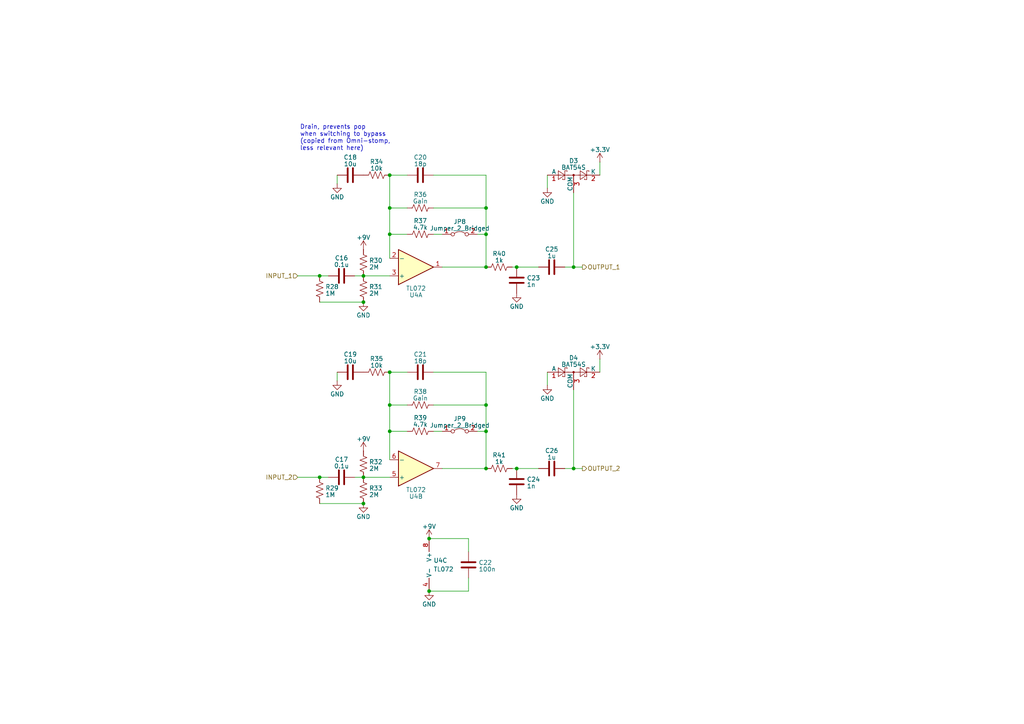
<source format=kicad_sch>
(kicad_sch (version 20250114) (generator "eeschema") (generator_version "9.0")
  (paper "A4")
  (lib_symbols
    (symbol "Amplifier_Operational:TL072" (pin_names (offset 0.127))
      (property "Reference" "U" (at 0 5.08 0))
      (property "Value" "TL072" (at 0 -5.08 0))
      (symbol "TL072_1_1"
        (polyline (pts (xy -5.08 5.08) (xy 5.08 0) (xy -5.08 -5.08) (xy -5.08 5.08)) (stroke (width 0.254)) (fill (type background)))
        (pin input line (at -7.62 2.54 0) (length 2.54) (name "+") (number "3"))
        (pin input line (at -7.62 -2.54 0) (length 2.54) (name "-") (number "2"))
        (pin output line (at 7.62 0 180) (length 2.54) (name "~") (number "1"))
      )
      (symbol "TL072_2_1"
        (polyline (pts (xy -5.08 5.08) (xy 5.08 0) (xy -5.08 -5.08) (xy -5.08 5.08)) (stroke (width 0.254)) (fill (type background)))
        (pin input line (at -7.62 2.54 0) (length 2.54) (name "+") (number "5"))
        (pin input line (at -7.62 -2.54 0) (length 2.54) (name "-") (number "6"))
        (pin output line (at 7.62 0 180) (length 2.54) (name "~") (number "7"))
      )
      (symbol "TL072_3_1"
        (pin power_in line (at -2.54 7.62 270) (length 3.81) (name "V+") (number "8"))
        (pin power_in line (at -2.54 -7.62 90) (length 3.81) (name "V-") (number "4"))
      )
    )
    (symbol "Device:C" (pin_numbers (hide yes)) (pin_names (offset 0.254))
      (property "Reference" "C" (at 0.635 2.54 0))
      (property "Value" "C" (at 0.635 -2.54 0))
      (symbol "C_0_1"
        (polyline (pts (xy -2.032 0.762) (xy 2.032 0.762)) (stroke (width 0.508)))
        (polyline (pts (xy -2.032 -0.762) (xy 2.032 -0.762)) (stroke (width 0.508)))
      )
      (symbol "C_1_1"
        (pin passive line (at 0 3.81 270) (length 2.794) (name "~") (number "1"))
        (pin passive line (at 0 -3.81 90) (length 2.794) (name "~") (number "2"))
      )
    )
    (symbol "Device:R_US" (pin_numbers (hide yes)) (pin_names (offset 0))
      (property "Reference" "R" (at 2.54 0 90))
      (property "Value" "R_US" (at -2.54 0 90))
      (symbol "R_US_0_1"
        (polyline (pts (xy 0 2.286) (xy 0 2.54)))
        (polyline (pts (xy 0 2.286) (xy 1.016 1.905) (xy 0 1.524) (xy -1.016 1.143) (xy 0 0.762)))
        (polyline (pts (xy 0 0.762) (xy 1.016 0.381) (xy 0 0) (xy -1.016 -0.381) (xy 0 -0.762)))
        (polyline (pts (xy 0 -0.762) (xy 1.016 -1.143) (xy 0 -1.524) (xy -1.016 -1.905) (xy 0 -2.286)))
        (polyline (pts (xy 0 -2.286) (xy 0 -2.54)))
      )
      (symbol "R_US_1_1"
        (pin passive line (at 0 3.81 270) (length 1.27) (name "~") (number "1"))
        (pin passive line (at 0 -3.81 90) (length 1.27) (name "~") (number "2"))
      )
    )
    (symbol "Diode:BAT54S" (pin_names (offset 0))
      (property "Reference" "D" (at 2.54 -5.08 0))
      (property "Value" "BAT54S" (at -6.35 3.175 0))
      (symbol "BAT54S_0_1"
        (polyline (pts (xy -4.445 1.27) (xy -4.445 -1.27) (xy -2.54 0) (xy -4.445 1.27)))
        (polyline (pts (xy -3.81 0) (xy -1.27 0)))
        (polyline (pts (xy -3.175 -1.27) (xy -3.175 -1.016)))
        (polyline (pts (xy -2.54 1.27) (xy -1.905 1.27)))
        (polyline (pts (xy -2.54 -1.27) (xy -3.175 -1.27)))
        (polyline (pts (xy -2.54 -1.27) (xy -2.54 1.27)))
        (polyline (pts (xy -1.905 1.27) (xy -1.905 1.016)))
        (polyline (pts (xy -1.905 0) (xy 1.905 0)))
        (circle (center 0 0) (radius 0.254) (fill (type outline)))
        (polyline (pts (xy 1.27 0) (xy 3.81 0)))
        (polyline (pts (xy 1.905 1.27) (xy 1.905 -1.27) (xy 3.81 0) (xy 1.905 1.27)))
        (polyline (pts (xy 3.175 -1.27) (xy 3.175 -1.016)))
        (polyline (pts (xy 3.81 1.27) (xy 4.445 1.27)))
        (polyline (pts (xy 3.81 -1.27) (xy 3.175 -1.27)))
        (polyline (pts (xy 3.81 -1.27) (xy 3.81 1.27)))
        (polyline (pts (xy 4.445 1.27) (xy 4.445 1.016)))
      )
      (symbol "BAT54S_1_1"
        (pin passive line (at -7.62 0 0) (length 3.81) (name "A") (number "1"))
        (pin passive line (at 0 -5.08 90) (length 5.08) (name "COM") (number "3"))
        (pin passive line (at 7.62 0 180) (length 3.81) (name "K") (number "2"))
      )
    )
    (symbol "Jumper:Jumper_2_Bridged" (pin_names (offset 0) (hide yes))
      (property "Reference" "JP" (at 0 1.905 0))
      (property "Value" "Jumper_2_Bridged" (at 0 -2.54 0))
      (symbol "Jumper_2_Bridged_0_0"
        (circle (center -2.032 0) (radius 0.508))
        (circle (center 2.032 0) (radius 0.508))
      )
      (symbol "Jumper_2_Bridged_0_1"
        (arc (start -1.524 0.254) (mid 0 0.762) (end 1.524 0.254))
      )
      (symbol "Jumper_2_Bridged_1_1"
        (pin passive line (at -5.08 0 0) (length 2.54) (name "A") (number "1"))
        (pin passive line (at 5.08 0 180) (length 2.54) (name "B") (number "2"))
      )
    )
    (symbol "power:+3.3V" (power) (pin_numbers (hide yes)) (pin_names (offset 0) (hide yes))
      (property "Value" "+3.3V" (at 0 3.556 0))
      (symbol "+3.3V_0_1"
        (polyline (pts (xy -0.762 1.27) (xy 0 2.54)))
        (polyline (pts (xy 0 2.54) (xy 0.762 1.27)))
        (polyline (pts (xy 0 0) (xy 0 2.54)))
      )
      (symbol "+3.3V_1_1"
        (pin power_in line (at 0 0 90) (length 0) (name "~") (number "1"))
      )
    )
    (symbol "power:+9V" (power) (pin_numbers (hide yes)) (pin_names (offset 0) (hide yes))
      (property "Value" "+9V" (at 0 3.556 0))
      (symbol "+9V_0_1"
        (polyline (pts (xy -0.762 1.27) (xy 0 2.54)))
        (polyline (pts (xy 0 2.54) (xy 0.762 1.27)))
        (polyline (pts (xy 0 0) (xy 0 2.54)))
      )
      (symbol "+9V_1_1"
        (pin power_in line (at 0 0 90) (length 0) (name "~") (number "1"))
      )
    )
    (symbol "power:GND" (power) (pin_numbers (hide yes)) (pin_names (offset 0) (hide yes))
      (property "Value" "GND" (at 0 -3.81 0))
      (symbol "GND_0_1"
        (polyline (pts (xy 0 0) (xy 0 -1.27) (xy 1.27 -1.27) (xy 0 -2.54) (xy -1.27 -1.27) (xy 0 -1.27)))
      )
      (symbol "GND_1_1"
        (pin power_in line (at 0 0 270) (length 0) (name "~") (number "1"))
      )
    )
  )
  (text "Drain, prevents pop\nwhen switching to bypass\n(copied from Omni-stomp,\nless relevant here)" (at 86.995 43.815 0) (effects (font (size 1.27 1.27)) (justify left bottom)))
  (junction (at 105.41 146.05))
  (junction (at 105.41 138.43))
  (junction (at 113.03 125.095))
  (junction (at 140.97 77.47))
  (junction (at 113.03 60.325))
  (junction (at 92.71 138.43))
  (junction (at 140.97 135.89))
  (junction (at 149.86 135.89))
  (junction (at 105.41 87.63))
  (junction (at 149.86 77.47))
  (junction (at 105.41 80.01))
  (junction (at 113.03 107.95))
  (junction (at 92.71 80.01))
  (junction (at 166.37 135.89))
  (junction (at 166.37 77.47))
  (junction (at 113.03 50.8))
  (junction (at 140.97 67.945))
  (junction (at 140.97 117.475))
  (junction (at 113.03 117.475))
  (junction (at 113.03 67.945))
  (junction (at 140.97 60.325))
  (junction (at 124.46 156.21))
  (junction (at 140.97 125.095))
  (junction (at 124.46 171.45))
  (wire (pts (xy 118.11 67.945) (xy 113.03 67.945)))
  (wire (pts (xy 125.73 50.8) (xy 140.97 50.8)))
  (wire (pts (xy 113.03 50.8) (xy 113.03 60.325)))
  (wire (pts (xy 163.83 77.47) (xy 166.37 77.47)))
  (wire (pts (xy 92.71 146.05) (xy 105.41 146.05)))
  (wire (pts (xy 118.11 125.095) (xy 113.03 125.095)))
  (wire (pts (xy 113.03 117.475) (xy 113.03 125.095)))
  (wire (pts (xy 166.37 77.47) (xy 168.91 77.47)))
  (wire (pts (xy 149.86 77.47) (xy 156.21 77.47)))
  (wire (pts (xy 113.03 50.8) (xy 118.11 50.8)))
  (wire (pts (xy 140.97 125.095) (xy 140.97 135.89)))
  (wire (pts (xy 135.89 167.64) (xy 135.89 171.45)))
  (wire (pts (xy 92.71 80.01) (xy 95.25 80.01)))
  (wire (pts (xy 173.99 46.99) (xy 173.99 50.8)))
  (wire (pts (xy 113.03 60.325) (xy 118.11 60.325)))
  (wire (pts (xy 113.03 125.095) (xy 113.03 133.35)))
  (wire (pts (xy 92.71 87.63) (xy 105.41 87.63)))
  (wire (pts (xy 113.03 107.95) (xy 113.03 117.475)))
  (wire (pts (xy 105.41 138.43) (xy 113.03 138.43)))
  (wire (pts (xy 148.59 77.47) (xy 149.86 77.47)))
  (wire (pts (xy 173.99 104.14) (xy 173.99 107.95)))
  (wire (pts (xy 113.03 60.325) (xy 113.03 67.945)))
  (wire (pts (xy 125.73 67.945) (xy 128.27 67.945)))
  (wire (pts (xy 86.36 80.01) (xy 92.71 80.01)))
  (wire (pts (xy 97.79 107.95) (xy 97.79 110.49)))
  (wire (pts (xy 125.73 60.325) (xy 140.97 60.325)))
  (wire (pts (xy 140.97 67.945) (xy 140.97 77.47)))
  (wire (pts (xy 113.03 67.945) (xy 113.03 74.93)))
  (wire (pts (xy 138.43 125.095) (xy 140.97 125.095)))
  (wire (pts (xy 140.97 60.325) (xy 140.97 67.945)))
  (wire (pts (xy 102.87 138.43) (xy 105.41 138.43)))
  (wire (pts (xy 125.73 117.475) (xy 140.97 117.475)))
  (wire (pts (xy 125.73 125.095) (xy 128.27 125.095)))
  (wire (pts (xy 166.37 77.47) (xy 166.37 55.88)))
  (wire (pts (xy 97.79 50.8) (xy 97.79 53.34)))
  (wire (pts (xy 125.73 107.95) (xy 140.97 107.95)))
  (wire (pts (xy 92.71 138.43) (xy 95.25 138.43)))
  (wire (pts (xy 140.97 50.8) (xy 140.97 60.325)))
  (wire (pts (xy 102.87 80.01) (xy 105.41 80.01)))
  (wire (pts (xy 138.43 67.945) (xy 140.97 67.945)))
  (wire (pts (xy 140.97 107.95) (xy 140.97 117.475)))
  (wire (pts (xy 148.59 135.89) (xy 149.86 135.89)))
  (wire (pts (xy 158.75 107.95) (xy 158.75 111.76)))
  (wire (pts (xy 86.36 138.43) (xy 92.71 138.43)))
  (wire (pts (xy 140.97 77.47) (xy 128.27 77.47)))
  (wire (pts (xy 113.03 107.95) (xy 118.11 107.95)))
  (wire (pts (xy 158.75 50.8) (xy 158.75 54.61)))
  (wire (pts (xy 163.83 135.89) (xy 166.37 135.89)))
  (wire (pts (xy 124.46 156.21) (xy 135.89 156.21)))
  (wire (pts (xy 135.89 171.45) (xy 124.46 171.45)))
  (wire (pts (xy 105.41 80.01) (xy 113.03 80.01)))
  (wire (pts (xy 135.89 156.21) (xy 135.89 160.02)))
  (wire (pts (xy 140.97 117.475) (xy 140.97 125.095)))
  (wire (pts (xy 149.86 135.89) (xy 156.21 135.89)))
  (wire (pts (xy 113.03 117.475) (xy 118.11 117.475)))
  (wire (pts (xy 140.97 135.89) (xy 128.27 135.89)))
  (wire (pts (xy 166.37 135.89) (xy 168.91 135.89)))
  (wire (pts (xy 166.37 135.89) (xy 166.37 113.03)))
  (hierarchical_label "INPUT_2" (shape input) (at 86.36 138.43 180))
  (hierarchical_label "OUTPUT_2" (shape output) (at 168.91 135.89 0))
  (hierarchical_label "OUTPUT_1" (shape output) (at 168.91 77.47 0))
  (hierarchical_label "INPUT_1" (shape input) (at 86.36 80.01 180))
  (symbol (lib_id "Device:R_US") (at 105.41 142.24 0) (unit 1)
    (property "Reference" "R19" (at 107.061 141.5963 0) (effects (justify left)))
    (property "Value" "2M" (at 107.061 143.5173 0) (effects (justify left)))
    (property "Footprint" "Resistor_SMD:R_0603_1608Metric" (effects (hide yes)))
    (instances (project "body2" (path "" (reference "R33") (unit 1)) (path "" (reference "R47") (unit 1)) (path "" (reference "R19") (unit 1))) (project "stomp_00" (path "" (reference "R9") (unit 1))))
  )
  (symbol (lib_id "Device:C") (at 135.89 163.83 180) (unit 1)
    (property "Reference" "C11" (at 138.811 163.1863 0) (effects (justify right)))
    (property "Value" "100n" (at 138.811 165.1073 0) (effects (justify right)))
    (property "Footprint" "Capacitor_SMD:C_0603_1608Metric" (effects (hide yes)))
    (instances (project "body2" (path "" (reference "C22") (unit 1)) (path "" (reference "C33") (unit 1)) (path "" (reference "C11") (unit 1))) (project "stomp_00" (path "" (reference "C13") (unit 1))))
  )
  (symbol (lib_id "Device:R_US") (at 121.92 60.325 90) (unit 1)
    (property "Reference" "R22" (at 121.92 56.4261 90))
    (property "Value" "Gain" (at 121.92 58.3471 90))
    (property "Footprint" "Resistor_THT:R_Axial_DIN0207_L6.3mm_D2.5mm_P7.62mm_Horizontal" (effects (hide yes)))
    (instances (project "body2" (path "" (reference "R36") (unit 1)) (path "" (reference "R50") (unit 1)) (path "" (reference "R22") (unit 1))) (project "stomp_01" (path "" (reference "R12") (unit 1))))
  )
  (symbol (lib_id "power:+9V") (at 105.41 72.39 0) (unit 1)
    (property "Reference" "#PWR023" (effects (hide yes)))
    (property "Value" "+9V" (at 105.41 68.8881 0))
    (property "Description" "Power symbol creates a global label with name \"+9V\"" (effects (hide yes)))
    (instances (project "body2" (path "" (reference "#PWR037") (unit 1)) (path "" (reference "#PWR051") (unit 1)) (path "" (reference "#PWR023") (unit 1))) (project "stomp_00" (path "" (reference "#PWR019") (unit 1))))
  )
  (symbol (lib_id "Device:R_US") (at 121.92 125.095 90) (unit 1)
    (property "Reference" "R25" (at 121.92 121.1961 90))
    (property "Value" "4.7k" (at 121.92 123.1171 90))
    (property "Footprint" "Resistor_SMD:R_0603_1608Metric" (effects (hide yes)))
    (instances (project "body2" (path "" (reference "R39") (unit 1)) (path "" (reference "R53") (unit 1)) (path "" (reference "R25") (unit 1))) (project "stomp_01" (path "" (reference "R13") (unit 1))))
  )
  (symbol (lib_id "Device:C") (at 101.6 107.95 90) (unit 1)
    (property "Reference" "C8" (at 101.6 102.7811 90))
    (property "Value" "10u" (at 101.6 104.7021 90))
    (property "Footprint" "Capacitor_SMD:C_0603_1608Metric" (effects (hide yes)))
    (instances (project "body2" (path "" (reference "C19") (unit 1)) (path "" (reference "C30") (unit 1)) (path "" (reference "C8") (unit 1))) (project "stomp_00" (path "" (reference "C10") (unit 1))))
  )
  (symbol (lib_id "Device:R_US") (at 92.71 142.24 0) (unit 1)
    (property "Reference" "R15" (at 94.361 141.5963 0) (effects (justify left)))
    (property "Value" "1M" (at 94.361 143.5173 0) (effects (justify left)))
    (property "Footprint" "Resistor_SMD:R_0603_1608Metric" (effects (hide yes)))
    (instances (project "body2" (path "" (reference "R29") (unit 1)) (path "" (reference "R43") (unit 1)) (path "" (reference "R15") (unit 1))) (project "stomp_00" (path "" (reference "R5") (unit 1))))
  )
  (symbol (lib_id "Device:R_US") (at 144.78 77.47 90) (unit 1)
    (property "Reference" "R26" (at 144.78 73.5711 90))
    (property "Value" "1k" (at 144.78 75.4921 90))
    (property "Footprint" "Resistor_SMD:R_0603_1608Metric" (effects (hide yes)))
    (instances (project "body2" (path "" (reference "R40") (unit 1)) (path "" (reference "R54") (unit 1)) (path "" (reference "R26") (unit 1))) (project "stomp_00" (path "" (reference "R16") (unit 1))))
  )
  (symbol (lib_id "Diode:BAT54S") (at 166.37 107.95 0) (unit 1)
    (property "Reference" "D2" (at 166.37 103.7971 0))
    (property "Value" "BAT54S" (at 166.37 105.7181 0))
    (property "Footprint" "Package_TO_SOT_SMD:SOT-23" (effects (hide yes)))
    (property "Datasheet" "https://www.diodes.com/assets/Datasheets/ds11005.pdf" (effects (hide yes)))
    (instances (project "body2" (path "" (reference "D4") (unit 1)) (path "" (reference "D6") (unit 1)) (path "" (reference "D2") (unit 1))) (project "stomp_00" (path "" (reference "D4") (unit 1))))
  )
  (symbol (lib_id "Device:C") (at 149.86 139.7 0) (unit 1)
    (property "Reference" "C13" (at 152.781 139.0563 0) (effects (justify left)))
    (property "Value" "1n" (at 152.781 140.9773 0) (effects (justify left)))
    (property "Footprint" "Capacitor_SMD:C_0603_1608Metric" (effects (hide yes)))
    (instances (project "body2" (path "" (reference "C24") (unit 1)) (path "" (reference "C35") (unit 1)) (path "" (reference "C13") (unit 1))) (project "stomp_00" (path "" (reference "C15") (unit 1))))
  )
  (symbol (lib_id "power:GND") (at 97.79 110.49 0) (unit 1)
    (property "Reference" "#PWR022" (effects (hide yes)))
    (property "Value" "GND" (at 97.79 114.3 0))
    (property "Description" "Power symbol creates a global label with name \"GND\" , ground" (effects (hide yes)))
    (instances (project "body2" (path "" (reference "#PWR036") (unit 1)) (path "" (reference "#PWR050") (unit 1)) (path "" (reference "#PWR022") (unit 1))) (project "stomp_00" (path "" (reference "#PWR018") (unit 1))))
  )
  (symbol (lib_id "Jumper:Jumper_2_Bridged") (at 133.35 67.945 0) (unit 1)
    (property "Reference" "JP6" (at 133.35 64.3001 0))
    (property "Value" "Jumper_2_Bridged" (at 133.35 66.2211 0))
    (property "Footprint" "Jumper:SolderJumper-2_P1.3mm_Bridged_Pad1.0x1.5mm" (effects (hide yes)))
    (instances (project "body2" (path "" (reference "JP8") (unit 1)) (path "" (reference "JP10") (unit 1)) (path "" (reference "JP6") (unit 1))) (project "stomp_01" (path "" (reference "JP1") (unit 1))))
  )
  (symbol (lib_id "Device:R_US") (at 92.71 83.82 0) (unit 1)
    (property "Reference" "R14" (at 94.361 83.1763 0) (effects (justify left)))
    (property "Value" "1M" (at 94.361 85.0973 0) (effects (justify left)))
    (property "Footprint" "Resistor_SMD:R_0603_1608Metric" (effects (hide yes)))
    (instances (project "body2" (path "" (reference "R28") (unit 1)) (path "" (reference "R42") (unit 1)) (path "" (reference "R14") (unit 1))) (project "stomp_00" (path "" (reference "R4") (unit 1))))
  )
  (symbol (lib_id "Amplifier_Operational:TL072") (at 120.65 135.89 0) (mirror x) (unit 2)
    (property "Reference" "U3" (at 120.65 143.9799 0))
    (property "Value" "TL072" (at 120.65 142.0589 0))
    (property "Footprint" "Package_SO:SOIC-8_3.9x4.9mm_P1.27mm" (effects (hide yes)))
    (property "Datasheet" "http://www.ti.com/lit/ds/symlink/tl071.pdf" (effects (hide yes)))
    (instances (project "body2" (path "" (reference "U4") (unit 2)) (path "" (reference "U5") (unit 2)) (path "" (reference "U3") (unit 2))) (project "stomp_00" (path "" (reference "U2") (unit 2)) (path "" (reference "U3") (unit 2))))
  )
  (symbol (lib_id "power:+3.3V") (at 173.99 46.99 0) (unit 1)
    (property "Reference" "#PWR033" (effects (hide yes)))
    (property "Value" "+3.3V" (at 173.99 43.434 0))
    (property "Description" "Power symbol creates a global label with name \"+3.3V\"" (effects (hide yes)))
    (instances (project "body2" (path "" (reference "#PWR047") (unit 1)) (path "" (reference "#PWR061") (unit 1)) (path "" (reference "#PWR033") (unit 1))) (project "stomp_00" (path "" (reference "#PWR029") (unit 1))))
  )
  (symbol (lib_id "Device:R_US") (at 109.22 50.8 90) (unit 1)
    (property "Reference" "R20" (at 109.22 46.9011 90))
    (property "Value" "10k" (at 109.22 48.8221 90))
    (property "Footprint" "Resistor_SMD:R_0603_1608Metric" (effects (hide yes)))
    (instances (project "body2" (path "" (reference "R34") (unit 1)) (path "" (reference "R48") (unit 1)) (path "" (reference "R20") (unit 1))) (project "stomp_00" (path "" (reference "R10") (unit 1))))
  )
  (symbol (lib_id "Device:C") (at 101.6 50.8 90) (unit 1)
    (property "Reference" "C7" (at 101.6 45.6311 90))
    (property "Value" "10u" (at 101.6 47.5521 90))
    (property "Footprint" "Capacitor_SMD:C_0603_1608Metric" (effects (hide yes)))
    (instances (project "body2" (path "" (reference "C18") (unit 1)) (path "" (reference "C29") (unit 1)) (path "" (reference "C7") (unit 1))) (project "stomp_00" (path "" (reference "C9") (unit 1))))
  )
  (symbol (lib_id "power:GND") (at 158.75 54.61 0) (unit 1)
    (property "Reference" "#PWR031" (effects (hide yes)))
    (property "Value" "GND" (at 158.75 58.42 0))
    (property "Description" "Power symbol creates a global label with name \"GND\" , ground" (effects (hide yes)))
    (instances (project "body2" (path "" (reference "#PWR045") (unit 1)) (path "" (reference "#PWR059") (unit 1)) (path "" (reference "#PWR031") (unit 1))) (project "stomp_00" (path "" (reference "#PWR027") (unit 1))))
  )
  (symbol (lib_id "Amplifier_Operational:TL072") (at 127 163.83 0) (unit 3)
    (property "Reference" "U3" (at 125.73 162.5599 0) (effects (justify left)))
    (property "Value" "TL072" (at 125.73 165.0999 0) (effects (justify left)))
    (property "Footprint" "Package_SO:SOIC-8_3.9x4.9mm_P1.27mm" (effects (hide yes)))
    (property "Datasheet" "http://www.ti.com/lit/ds/symlink/tl071.pdf" (effects (hide yes)))
    (instances (project "body2" (path "" (reference "U4") (unit 3)) (path "" (reference "U5") (unit 3)) (path "" (reference "U3") (unit 3))) (project "stomp_00" (path "" (reference "U2") (unit 3)) (path "" (reference "U3") (unit 3))))
  )
  (symbol (lib_id "power:GND") (at 105.41 146.05 0) (unit 1)
    (property "Reference" "#PWR026" (effects (hide yes)))
    (property "Value" "GND" (at 105.41 149.86 0))
    (property "Description" "Power symbol creates a global label with name \"GND\" , ground" (effects (hide yes)))
    (instances (project "body2" (path "" (reference "#PWR040") (unit 1)) (path "" (reference "#PWR054") (unit 1)) (path "" (reference "#PWR026") (unit 1))) (project "stomp_00" (path "" (reference "#PWR022") (unit 1))))
  )
  (symbol (lib_id "power:GND") (at 124.46 171.45 0) (unit 1)
    (property "Reference" "#PWR028" (effects (hide yes)))
    (property "Value" "GND" (at 124.46 175.26 0))
    (property "Description" "Power symbol creates a global label with name \"GND\" , ground" (effects (hide yes)))
    (instances (project "body2" (path "" (reference "#PWR042") (unit 1)) (path "" (reference "#PWR056") (unit 1)) (path "" (reference "#PWR028") (unit 1))) (project "stomp_00" (path "" (reference "#PWR024") (unit 1))))
  )
  (symbol (lib_id "Amplifier_Operational:TL072") (at 120.65 77.47 0) (mirror x) (unit 1)
    (property "Reference" "U3" (at 120.65 85.5599 0))
    (property "Value" "TL072" (at 120.65 83.6389 0))
    (property "Footprint" "Package_SO:SOIC-8_3.9x4.9mm_P1.27mm" (effects (hide yes)))
    (property "Datasheet" "http://www.ti.com/lit/ds/symlink/tl071.pdf" (effects (hide yes)))
    (instances (project "body2" (path "" (reference "U4") (unit 1)) (path "" (reference "U5") (unit 1)) (path "" (reference "U3") (unit 1))) (project "stomp_00" (path "" (reference "U2") (unit 1)) (path "" (reference "U3") (unit 1))))
  )
  (symbol (lib_id "Device:R_US") (at 109.22 107.95 90) (unit 1)
    (property "Reference" "R21" (at 109.22 104.0511 90))
    (property "Value" "10k" (at 109.22 105.9721 90))
    (property "Footprint" "Resistor_SMD:R_0603_1608Metric" (effects (hide yes)))
    (instances (project "body2" (path "" (reference "R35") (unit 1)) (path "" (reference "R49") (unit 1)) (path "" (reference "R21") (unit 1))) (project "stomp_00" (path "" (reference "R11") (unit 1))))
  )
  (symbol (lib_id "Device:R_US") (at 105.41 134.62 0) (unit 1)
    (property "Reference" "R18" (at 107.061 133.9763 0) (effects (justify left)))
    (property "Value" "2M" (at 107.061 135.8973 0) (effects (justify left)))
    (property "Footprint" "Resistor_SMD:R_0603_1608Metric" (effects (hide yes)))
    (instances (project "body2" (path "" (reference "R32") (unit 1)) (path "" (reference "R46") (unit 1)) (path "" (reference "R18") (unit 1))) (project "stomp_00" (path "" (reference "R8") (unit 1))))
  )
  (symbol (lib_id "Device:C") (at 121.92 50.8 90) (unit 1)
    (property "Reference" "C9" (at 121.92 45.6311 90))
    (property "Value" "18p" (at 121.92 47.5521 90))
    (property "Footprint" "Capacitor_SMD:C_0603_1608Metric" (effects (hide yes)))
    (instances (project "body2" (path "" (reference "C20") (unit 1)) (path "" (reference "C31") (unit 1)) (path "" (reference "C9") (unit 1))) (project "stomp_00" (path "" (reference "C11") (unit 1))))
  )
  (symbol (lib_id "Device:C") (at 99.06 138.43 90) (unit 1)
    (property "Reference" "C6" (at 99.06 133.2611 90))
    (property "Value" "0.1u" (at 99.06 135.1821 90))
    (property "Footprint" "Capacitor_SMD:C_0603_1608Metric" (effects (hide yes)))
    (instances (project "body2" (path "" (reference "C17") (unit 1)) (path "" (reference "C28") (unit 1)) (path "" (reference "C6") (unit 1))) (project "stomp_00" (path "" (reference "C8") (unit 1))))
  )
  (symbol (lib_id "power:GND") (at 158.75 111.76 0) (unit 1)
    (property "Reference" "#PWR032" (effects (hide yes)))
    (property "Value" "GND" (at 158.75 115.57 0))
    (property "Description" "Power symbol creates a global label with name \"GND\" , ground" (effects (hide yes)))
    (instances (project "body2" (path "" (reference "#PWR046") (unit 1)) (path "" (reference "#PWR060") (unit 1)) (path "" (reference "#PWR032") (unit 1))) (project "stomp_00" (path "" (reference "#PWR028") (unit 1))))
  )
  (symbol (lib_id "Device:C") (at 99.06 80.01 90) (unit 1)
    (property "Reference" "C5" (at 99.06 74.8411 90))
    (property "Value" "0.1u" (at 99.06 76.7621 90))
    (property "Footprint" "Capacitor_SMD:C_0603_1608Metric" (effects (hide yes)))
    (instances (project "body2" (path "" (reference "C16") (unit 1)) (path "" (reference "C27") (unit 1)) (path "" (reference "C5") (unit 1))) (project "stomp_00" (path "" (reference "C7") (unit 1))))
  )
  (symbol (lib_id "Device:R_US") (at 121.92 67.945 90) (unit 1)
    (property "Reference" "R23" (at 121.92 64.0461 90))
    (property "Value" "4.7k" (at 121.92 65.9671 90))
    (property "Footprint" "Resistor_SMD:R_0603_1608Metric" (effects (hide yes)))
    (instances (project "body2" (path "" (reference "R37") (unit 1)) (path "" (reference "R51") (unit 1)) (path "" (reference "R23") (unit 1))) (project "stomp_01" (path "" (reference "R13") (unit 1))))
  )
  (symbol (lib_id "Device:C") (at 121.92 107.95 90) (unit 1)
    (property "Reference" "C10" (at 121.92 102.7811 90))
    (property "Value" "18p" (at 121.92 104.7021 90))
    (property "Footprint" "Capacitor_SMD:C_0603_1608Metric" (effects (hide yes)))
    (instances (project "body2" (path "" (reference "C21") (unit 1)) (path "" (reference "C32") (unit 1)) (path "" (reference "C10") (unit 1))) (project "stomp_00" (path "" (reference "C12") (unit 1))))
  )
  (symbol (lib_id "power:+9V") (at 124.46 156.21 0) (unit 1)
    (property "Reference" "#PWR027" (effects (hide yes)))
    (property "Value" "+9V" (at 124.46 152.7081 0))
    (property "Description" "Power symbol creates a global label with name \"+9V\"" (effects (hide yes)))
    (instances (project "body2" (path "" (reference "#PWR041") (unit 1)) (path "" (reference "#PWR055") (unit 1)) (path "" (reference "#PWR027") (unit 1))) (project "stomp_00" (path "" (reference "#PWR023") (unit 1))))
  )
  (symbol (lib_id "Device:R_US") (at 105.41 76.2 0) (unit 1)
    (property "Reference" "R16" (at 107.061 75.5563 0) (effects (justify left)))
    (property "Value" "2M" (at 107.061 77.4773 0) (effects (justify left)))
    (property "Footprint" "Resistor_SMD:R_0603_1608Metric" (effects (hide yes)))
    (instances (project "body2" (path "" (reference "R30") (unit 1)) (path "" (reference "R44") (unit 1)) (path "" (reference "R16") (unit 1))) (project "stomp_00" (path "" (reference "R6") (unit 1))))
  )
  (symbol (lib_id "power:+9V") (at 105.41 130.81 0) (unit 1)
    (property "Reference" "#PWR025" (effects (hide yes)))
    (property "Value" "+9V" (at 105.41 127.3081 0))
    (property "Description" "Power symbol creates a global label with name \"+9V\"" (effects (hide yes)))
    (instances (project "body2" (path "" (reference "#PWR039") (unit 1)) (path "" (reference "#PWR053") (unit 1)) (path "" (reference "#PWR025") (unit 1))) (project "stomp_00" (path "" (reference "#PWR021") (unit 1))))
  )
  (symbol (lib_id "Device:C") (at 160.02 77.47 270) (unit 1)
    (property "Reference" "C14" (at 160.02 72.3011 90))
    (property "Value" "1u" (at 160.02 74.2221 90))
    (property "Footprint" "Capacitor_SMD:C_0603_1608Metric" (effects (hide yes)))
    (instances (project "body2" (path "" (reference "C25") (unit 1)) (path "" (reference "C36") (unit 1)) (path "" (reference "C14") (unit 1))) (project "stomp_00" (path "" (reference "C16") (unit 1))))
  )
  (symbol (lib_id "Device:R_US") (at 105.41 83.82 0) (unit 1)
    (property "Reference" "R17" (at 107.061 83.1763 0) (effects (justify left)))
    (property "Value" "2M" (at 107.061 85.0973 0) (effects (justify left)))
    (property "Footprint" "Resistor_SMD:R_0603_1608Metric" (effects (hide yes)))
    (instances (project "body2" (path "" (reference "R31") (unit 1)) (path "" (reference "R45") (unit 1)) (path "" (reference "R17") (unit 1))) (project "stomp_00" (path "" (reference "R7") (unit 1))))
  )
  (symbol (lib_id "power:GND") (at 105.41 87.63 0) (unit 1)
    (property "Reference" "#PWR024" (effects (hide yes)))
    (property "Value" "GND" (at 105.41 91.44 0))
    (property "Description" "Power symbol creates a global label with name \"GND\" , ground" (effects (hide yes)))
    (instances (project "body2" (path "" (reference "#PWR038") (unit 1)) (path "" (reference "#PWR052") (unit 1)) (path "" (reference "#PWR024") (unit 1))) (project "stomp_00" (path "" (reference "#PWR020") (unit 1))))
  )
  (symbol (lib_id "power:GND") (at 149.86 143.51 0) (unit 1)
    (property "Reference" "#PWR030" (effects (hide yes)))
    (property "Value" "GND" (at 149.86 147.32 0))
    (property "Description" "Power symbol creates a global label with name \"GND\" , ground" (effects (hide yes)))
    (instances (project "body2" (path "" (reference "#PWR044") (unit 1)) (path "" (reference "#PWR058") (unit 1)) (path "" (reference "#PWR030") (unit 1))) (project "stomp_00" (path "" (reference "#PWR026") (unit 1))))
  )
  (symbol (lib_id "power:+3.3V") (at 173.99 104.14 0) (unit 1)
    (property "Reference" "#PWR034" (effects (hide yes)))
    (property "Value" "+3.3V" (at 173.99 100.584 0))
    (property "Description" "Power symbol creates a global label with name \"+3.3V\"" (effects (hide yes)))
    (instances (project "body2" (path "" (reference "#PWR048") (unit 1)) (path "" (reference "#PWR062") (unit 1)) (path "" (reference "#PWR034") (unit 1))) (project "stomp_00" (path "" (reference "#PWR030") (unit 1))))
  )
  (symbol (lib_id "Jumper:Jumper_2_Bridged") (at 133.35 125.095 0) (unit 1)
    (property "Reference" "JP7" (at 133.35 121.4501 0))
    (property "Value" "Jumper_2_Bridged" (at 133.35 123.3711 0))
    (property "Footprint" "Jumper:SolderJumper-2_P1.3mm_Bridged_Pad1.0x1.5mm" (effects (hide yes)))
    (instances (project "body2" (path "" (reference "JP9") (unit 1)) (path "" (reference "JP11") (unit 1)) (path "" (reference "JP7") (unit 1))) (project "stomp_01" (path "" (reference "JP1") (unit 1))))
  )
  (symbol (lib_id "power:GND") (at 97.79 53.34 0) (unit 1)
    (property "Reference" "#PWR021" (effects (hide yes)))
    (property "Value" "GND" (at 97.79 57.15 0))
    (property "Description" "Power symbol creates a global label with name \"GND\" , ground" (effects (hide yes)))
    (instances (project "body2" (path "" (reference "#PWR035") (unit 1)) (path "" (reference "#PWR049") (unit 1)) (path "" (reference "#PWR021") (unit 1))) (project "stomp_00" (path "" (reference "#PWR017") (unit 1))))
  )
  (symbol (lib_id "Device:C") (at 149.86 81.28 0) (unit 1)
    (property "Reference" "C12" (at 152.781 80.6363 0) (effects (justify left)))
    (property "Value" "1n" (at 152.781 82.5573 0) (effects (justify left)))
    (property "Footprint" "Capacitor_SMD:C_0603_1608Metric" (effects (hide yes)))
    (instances (project "body2" (path "" (reference "C23") (unit 1)) (path "" (reference "C34") (unit 1)) (path "" (reference "C12") (unit 1))) (project "stomp_00" (path "" (reference "C14") (unit 1))))
  )
  (symbol (lib_id "Device:R_US") (at 144.78 135.89 90) (unit 1)
    (property "Reference" "R27" (at 144.78 131.9911 90))
    (property "Value" "1k" (at 144.78 133.9121 90))
    (property "Footprint" "Resistor_SMD:R_0603_1608Metric" (effects (hide yes)))
    (instances (project "body2" (path "" (reference "R41") (unit 1)) (path "" (reference "R55") (unit 1)) (path "" (reference "R27") (unit 1))) (project "stomp_00" (path "" (reference "R17") (unit 1))))
  )
  (symbol (lib_id "Device:R_US") (at 121.92 117.475 90) (unit 1)
    (property "Reference" "R24" (at 121.92 113.5761 90))
    (property "Value" "Gain" (at 121.92 115.4971 90))
    (property "Footprint" "Resistor_THT:R_Axial_DIN0207_L6.3mm_D2.5mm_P7.62mm_Horizontal" (effects (hide yes)))
    (instances (project "body2" (path "" (reference "R38") (unit 1)) (path "" (reference "R52") (unit 1)) (path "" (reference "R24") (unit 1))) (project "stomp_01" (path "" (reference "R12") (unit 1))))
  )
  (symbol (lib_id "Diode:BAT54S") (at 166.37 50.8 0) (unit 1)
    (property "Reference" "D1" (at 166.37 46.6471 0))
    (property "Value" "BAT54S" (at 166.37 48.5681 0))
    (property "Footprint" "Package_TO_SOT_SMD:SOT-23" (effects (hide yes)))
    (property "Datasheet" "https://www.diodes.com/assets/Datasheets/ds11005.pdf" (effects (hide yes)))
    (instances (project "body2" (path "" (reference "D3") (unit 1)) (path "" (reference "D5") (unit 1)) (path "" (reference "D1") (unit 1))) (project "stomp_00" (path "" (reference "D3") (unit 1))))
  )
  (symbol (lib_id "Device:C") (at 160.02 135.89 270) (unit 1)
    (property "Reference" "C15" (at 160.02 130.7211 90))
    (property "Value" "1u" (at 160.02 132.6421 90))
    (property "Footprint" "Capacitor_SMD:C_0603_1608Metric" (effects (hide yes)))
    (instances (project "body2" (path "" (reference "C26") (unit 1)) (path "" (reference "C37") (unit 1)) (path "" (reference "C15") (unit 1))) (project "stomp_00" (path "" (reference "C17") (unit 1))))
  )
  (symbol (lib_id "power:GND") (at 149.86 85.09 0) (unit 1)
    (property "Reference" "#PWR029" (effects (hide yes)))
    (property "Value" "GND" (at 149.86 88.9 0))
    (property "Description" "Power symbol creates a global label with name \"GND\" , ground" (effects (hide yes)))
    (instances (project "body2" (path "" (reference "#PWR043") (unit 1)) (path "" (reference "#PWR057") (unit 1)) (path "" (reference "#PWR029") (unit 1))) (project "stomp_00" (path "" (reference "#PWR025") (unit 1))))
  )
)
</source>
